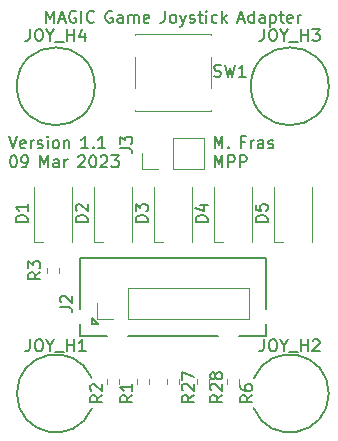
<source format=gbr>
%TF.GenerationSoftware,KiCad,Pcbnew,(7.0.0)*%
%TF.CreationDate,2023-03-09T19:39:30+01:00*%
%TF.ProjectId,JoystickAdapter,4a6f7973-7469-4636-9b41-646170746572,1.1*%
%TF.SameCoordinates,Original*%
%TF.FileFunction,Legend,Top*%
%TF.FilePolarity,Positive*%
%FSLAX46Y46*%
G04 Gerber Fmt 4.6, Leading zero omitted, Abs format (unit mm)*
G04 Created by KiCad (PCBNEW (7.0.0)) date 2023-03-09 19:39:30*
%MOMM*%
%LPD*%
G01*
G04 APERTURE LIST*
%ADD10C,0.150000*%
%ADD11C,0.120000*%
G04 APERTURE END LIST*
D10*
X124714000Y-109474000D02*
X124714000Y-108458000D01*
X109951344Y-112958816D02*
G75*
G03*
X109981999Y-115570000I-3016344J-1341184D01*
G01*
X113030000Y-109474000D02*
X120650000Y-109474000D01*
X110235000Y-88300000D02*
G75*
G03*
X110235000Y-88300000I-3300000J0D01*
G01*
X122428000Y-109474000D02*
X124714000Y-109474000D01*
X108966000Y-107188000D02*
X108966000Y-102870000D01*
X108966000Y-109474000D02*
X111252000Y-109474000D01*
X110490000Y-108458000D02*
X109982000Y-107950000D01*
X124714000Y-107188000D02*
X124714000Y-102870000D01*
X109982000Y-108458000D02*
X109982000Y-107950000D01*
X108966000Y-109474000D02*
X108966000Y-108458000D01*
X110490000Y-108458000D02*
X109982000Y-108458000D01*
X123680194Y-115526405D02*
G75*
G03*
X123698001Y-113030000I3064806J1226405D01*
G01*
X124714000Y-102870000D02*
X108966000Y-102870000D01*
X130045000Y-88300000D02*
G75*
G03*
X130045000Y-88300000I-3300000J0D01*
G01*
X102965238Y-92537380D02*
X103298571Y-93537380D01*
X103298571Y-93537380D02*
X103631904Y-92537380D01*
X104346190Y-93489761D02*
X104250952Y-93537380D01*
X104250952Y-93537380D02*
X104060476Y-93537380D01*
X104060476Y-93537380D02*
X103965238Y-93489761D01*
X103965238Y-93489761D02*
X103917619Y-93394523D01*
X103917619Y-93394523D02*
X103917619Y-93013571D01*
X103917619Y-93013571D02*
X103965238Y-92918333D01*
X103965238Y-92918333D02*
X104060476Y-92870714D01*
X104060476Y-92870714D02*
X104250952Y-92870714D01*
X104250952Y-92870714D02*
X104346190Y-92918333D01*
X104346190Y-92918333D02*
X104393809Y-93013571D01*
X104393809Y-93013571D02*
X104393809Y-93108809D01*
X104393809Y-93108809D02*
X103917619Y-93204047D01*
X104822381Y-93537380D02*
X104822381Y-92870714D01*
X104822381Y-93061190D02*
X104870000Y-92965952D01*
X104870000Y-92965952D02*
X104917619Y-92918333D01*
X104917619Y-92918333D02*
X105012857Y-92870714D01*
X105012857Y-92870714D02*
X105108095Y-92870714D01*
X105393810Y-93489761D02*
X105489048Y-93537380D01*
X105489048Y-93537380D02*
X105679524Y-93537380D01*
X105679524Y-93537380D02*
X105774762Y-93489761D01*
X105774762Y-93489761D02*
X105822381Y-93394523D01*
X105822381Y-93394523D02*
X105822381Y-93346904D01*
X105822381Y-93346904D02*
X105774762Y-93251666D01*
X105774762Y-93251666D02*
X105679524Y-93204047D01*
X105679524Y-93204047D02*
X105536667Y-93204047D01*
X105536667Y-93204047D02*
X105441429Y-93156428D01*
X105441429Y-93156428D02*
X105393810Y-93061190D01*
X105393810Y-93061190D02*
X105393810Y-93013571D01*
X105393810Y-93013571D02*
X105441429Y-92918333D01*
X105441429Y-92918333D02*
X105536667Y-92870714D01*
X105536667Y-92870714D02*
X105679524Y-92870714D01*
X105679524Y-92870714D02*
X105774762Y-92918333D01*
X106250953Y-93537380D02*
X106250953Y-92870714D01*
X106250953Y-92537380D02*
X106203334Y-92585000D01*
X106203334Y-92585000D02*
X106250953Y-92632619D01*
X106250953Y-92632619D02*
X106298572Y-92585000D01*
X106298572Y-92585000D02*
X106250953Y-92537380D01*
X106250953Y-92537380D02*
X106250953Y-92632619D01*
X106870000Y-93537380D02*
X106774762Y-93489761D01*
X106774762Y-93489761D02*
X106727143Y-93442142D01*
X106727143Y-93442142D02*
X106679524Y-93346904D01*
X106679524Y-93346904D02*
X106679524Y-93061190D01*
X106679524Y-93061190D02*
X106727143Y-92965952D01*
X106727143Y-92965952D02*
X106774762Y-92918333D01*
X106774762Y-92918333D02*
X106870000Y-92870714D01*
X106870000Y-92870714D02*
X107012857Y-92870714D01*
X107012857Y-92870714D02*
X107108095Y-92918333D01*
X107108095Y-92918333D02*
X107155714Y-92965952D01*
X107155714Y-92965952D02*
X107203333Y-93061190D01*
X107203333Y-93061190D02*
X107203333Y-93346904D01*
X107203333Y-93346904D02*
X107155714Y-93442142D01*
X107155714Y-93442142D02*
X107108095Y-93489761D01*
X107108095Y-93489761D02*
X107012857Y-93537380D01*
X107012857Y-93537380D02*
X106870000Y-93537380D01*
X107631905Y-92870714D02*
X107631905Y-93537380D01*
X107631905Y-92965952D02*
X107679524Y-92918333D01*
X107679524Y-92918333D02*
X107774762Y-92870714D01*
X107774762Y-92870714D02*
X107917619Y-92870714D01*
X107917619Y-92870714D02*
X108012857Y-92918333D01*
X108012857Y-92918333D02*
X108060476Y-93013571D01*
X108060476Y-93013571D02*
X108060476Y-93537380D01*
X109660476Y-93537380D02*
X109089048Y-93537380D01*
X109374762Y-93537380D02*
X109374762Y-92537380D01*
X109374762Y-92537380D02*
X109279524Y-92680238D01*
X109279524Y-92680238D02*
X109184286Y-92775476D01*
X109184286Y-92775476D02*
X109089048Y-92823095D01*
X110089048Y-93442142D02*
X110136667Y-93489761D01*
X110136667Y-93489761D02*
X110089048Y-93537380D01*
X110089048Y-93537380D02*
X110041429Y-93489761D01*
X110041429Y-93489761D02*
X110089048Y-93442142D01*
X110089048Y-93442142D02*
X110089048Y-93537380D01*
X111089047Y-93537380D02*
X110517619Y-93537380D01*
X110803333Y-93537380D02*
X110803333Y-92537380D01*
X110803333Y-92537380D02*
X110708095Y-92680238D01*
X110708095Y-92680238D02*
X110612857Y-92775476D01*
X110612857Y-92775476D02*
X110517619Y-92823095D01*
X103298571Y-94157380D02*
X103393809Y-94157380D01*
X103393809Y-94157380D02*
X103489047Y-94205000D01*
X103489047Y-94205000D02*
X103536666Y-94252619D01*
X103536666Y-94252619D02*
X103584285Y-94347857D01*
X103584285Y-94347857D02*
X103631904Y-94538333D01*
X103631904Y-94538333D02*
X103631904Y-94776428D01*
X103631904Y-94776428D02*
X103584285Y-94966904D01*
X103584285Y-94966904D02*
X103536666Y-95062142D01*
X103536666Y-95062142D02*
X103489047Y-95109761D01*
X103489047Y-95109761D02*
X103393809Y-95157380D01*
X103393809Y-95157380D02*
X103298571Y-95157380D01*
X103298571Y-95157380D02*
X103203333Y-95109761D01*
X103203333Y-95109761D02*
X103155714Y-95062142D01*
X103155714Y-95062142D02*
X103108095Y-94966904D01*
X103108095Y-94966904D02*
X103060476Y-94776428D01*
X103060476Y-94776428D02*
X103060476Y-94538333D01*
X103060476Y-94538333D02*
X103108095Y-94347857D01*
X103108095Y-94347857D02*
X103155714Y-94252619D01*
X103155714Y-94252619D02*
X103203333Y-94205000D01*
X103203333Y-94205000D02*
X103298571Y-94157380D01*
X104108095Y-95157380D02*
X104298571Y-95157380D01*
X104298571Y-95157380D02*
X104393809Y-95109761D01*
X104393809Y-95109761D02*
X104441428Y-95062142D01*
X104441428Y-95062142D02*
X104536666Y-94919285D01*
X104536666Y-94919285D02*
X104584285Y-94728809D01*
X104584285Y-94728809D02*
X104584285Y-94347857D01*
X104584285Y-94347857D02*
X104536666Y-94252619D01*
X104536666Y-94252619D02*
X104489047Y-94205000D01*
X104489047Y-94205000D02*
X104393809Y-94157380D01*
X104393809Y-94157380D02*
X104203333Y-94157380D01*
X104203333Y-94157380D02*
X104108095Y-94205000D01*
X104108095Y-94205000D02*
X104060476Y-94252619D01*
X104060476Y-94252619D02*
X104012857Y-94347857D01*
X104012857Y-94347857D02*
X104012857Y-94585952D01*
X104012857Y-94585952D02*
X104060476Y-94681190D01*
X104060476Y-94681190D02*
X104108095Y-94728809D01*
X104108095Y-94728809D02*
X104203333Y-94776428D01*
X104203333Y-94776428D02*
X104393809Y-94776428D01*
X104393809Y-94776428D02*
X104489047Y-94728809D01*
X104489047Y-94728809D02*
X104536666Y-94681190D01*
X104536666Y-94681190D02*
X104584285Y-94585952D01*
X105612857Y-95157380D02*
X105612857Y-94157380D01*
X105612857Y-94157380D02*
X105946190Y-94871666D01*
X105946190Y-94871666D02*
X106279523Y-94157380D01*
X106279523Y-94157380D02*
X106279523Y-95157380D01*
X107184285Y-95157380D02*
X107184285Y-94633571D01*
X107184285Y-94633571D02*
X107136666Y-94538333D01*
X107136666Y-94538333D02*
X107041428Y-94490714D01*
X107041428Y-94490714D02*
X106850952Y-94490714D01*
X106850952Y-94490714D02*
X106755714Y-94538333D01*
X107184285Y-95109761D02*
X107089047Y-95157380D01*
X107089047Y-95157380D02*
X106850952Y-95157380D01*
X106850952Y-95157380D02*
X106755714Y-95109761D01*
X106755714Y-95109761D02*
X106708095Y-95014523D01*
X106708095Y-95014523D02*
X106708095Y-94919285D01*
X106708095Y-94919285D02*
X106755714Y-94824047D01*
X106755714Y-94824047D02*
X106850952Y-94776428D01*
X106850952Y-94776428D02*
X107089047Y-94776428D01*
X107089047Y-94776428D02*
X107184285Y-94728809D01*
X107660476Y-95157380D02*
X107660476Y-94490714D01*
X107660476Y-94681190D02*
X107708095Y-94585952D01*
X107708095Y-94585952D02*
X107755714Y-94538333D01*
X107755714Y-94538333D02*
X107850952Y-94490714D01*
X107850952Y-94490714D02*
X107946190Y-94490714D01*
X108831905Y-94252619D02*
X108879524Y-94205000D01*
X108879524Y-94205000D02*
X108974762Y-94157380D01*
X108974762Y-94157380D02*
X109212857Y-94157380D01*
X109212857Y-94157380D02*
X109308095Y-94205000D01*
X109308095Y-94205000D02*
X109355714Y-94252619D01*
X109355714Y-94252619D02*
X109403333Y-94347857D01*
X109403333Y-94347857D02*
X109403333Y-94443095D01*
X109403333Y-94443095D02*
X109355714Y-94585952D01*
X109355714Y-94585952D02*
X108784286Y-95157380D01*
X108784286Y-95157380D02*
X109403333Y-95157380D01*
X110022381Y-94157380D02*
X110117619Y-94157380D01*
X110117619Y-94157380D02*
X110212857Y-94205000D01*
X110212857Y-94205000D02*
X110260476Y-94252619D01*
X110260476Y-94252619D02*
X110308095Y-94347857D01*
X110308095Y-94347857D02*
X110355714Y-94538333D01*
X110355714Y-94538333D02*
X110355714Y-94776428D01*
X110355714Y-94776428D02*
X110308095Y-94966904D01*
X110308095Y-94966904D02*
X110260476Y-95062142D01*
X110260476Y-95062142D02*
X110212857Y-95109761D01*
X110212857Y-95109761D02*
X110117619Y-95157380D01*
X110117619Y-95157380D02*
X110022381Y-95157380D01*
X110022381Y-95157380D02*
X109927143Y-95109761D01*
X109927143Y-95109761D02*
X109879524Y-95062142D01*
X109879524Y-95062142D02*
X109831905Y-94966904D01*
X109831905Y-94966904D02*
X109784286Y-94776428D01*
X109784286Y-94776428D02*
X109784286Y-94538333D01*
X109784286Y-94538333D02*
X109831905Y-94347857D01*
X109831905Y-94347857D02*
X109879524Y-94252619D01*
X109879524Y-94252619D02*
X109927143Y-94205000D01*
X109927143Y-94205000D02*
X110022381Y-94157380D01*
X110736667Y-94252619D02*
X110784286Y-94205000D01*
X110784286Y-94205000D02*
X110879524Y-94157380D01*
X110879524Y-94157380D02*
X111117619Y-94157380D01*
X111117619Y-94157380D02*
X111212857Y-94205000D01*
X111212857Y-94205000D02*
X111260476Y-94252619D01*
X111260476Y-94252619D02*
X111308095Y-94347857D01*
X111308095Y-94347857D02*
X111308095Y-94443095D01*
X111308095Y-94443095D02*
X111260476Y-94585952D01*
X111260476Y-94585952D02*
X110689048Y-95157380D01*
X110689048Y-95157380D02*
X111308095Y-95157380D01*
X111641429Y-94157380D02*
X112260476Y-94157380D01*
X112260476Y-94157380D02*
X111927143Y-94538333D01*
X111927143Y-94538333D02*
X112070000Y-94538333D01*
X112070000Y-94538333D02*
X112165238Y-94585952D01*
X112165238Y-94585952D02*
X112212857Y-94633571D01*
X112212857Y-94633571D02*
X112260476Y-94728809D01*
X112260476Y-94728809D02*
X112260476Y-94966904D01*
X112260476Y-94966904D02*
X112212857Y-95062142D01*
X112212857Y-95062142D02*
X112165238Y-95109761D01*
X112165238Y-95109761D02*
X112070000Y-95157380D01*
X112070000Y-95157380D02*
X111784286Y-95157380D01*
X111784286Y-95157380D02*
X111689048Y-95109761D01*
X111689048Y-95109761D02*
X111641429Y-95062142D01*
X106106666Y-82917380D02*
X106106666Y-81917380D01*
X106106666Y-81917380D02*
X106439999Y-82631666D01*
X106439999Y-82631666D02*
X106773332Y-81917380D01*
X106773332Y-81917380D02*
X106773332Y-82917380D01*
X107201904Y-82631666D02*
X107678094Y-82631666D01*
X107106666Y-82917380D02*
X107439999Y-81917380D01*
X107439999Y-81917380D02*
X107773332Y-82917380D01*
X108630475Y-81965000D02*
X108535237Y-81917380D01*
X108535237Y-81917380D02*
X108392380Y-81917380D01*
X108392380Y-81917380D02*
X108249523Y-81965000D01*
X108249523Y-81965000D02*
X108154285Y-82060238D01*
X108154285Y-82060238D02*
X108106666Y-82155476D01*
X108106666Y-82155476D02*
X108059047Y-82345952D01*
X108059047Y-82345952D02*
X108059047Y-82488809D01*
X108059047Y-82488809D02*
X108106666Y-82679285D01*
X108106666Y-82679285D02*
X108154285Y-82774523D01*
X108154285Y-82774523D02*
X108249523Y-82869761D01*
X108249523Y-82869761D02*
X108392380Y-82917380D01*
X108392380Y-82917380D02*
X108487618Y-82917380D01*
X108487618Y-82917380D02*
X108630475Y-82869761D01*
X108630475Y-82869761D02*
X108678094Y-82822142D01*
X108678094Y-82822142D02*
X108678094Y-82488809D01*
X108678094Y-82488809D02*
X108487618Y-82488809D01*
X109106666Y-82917380D02*
X109106666Y-81917380D01*
X110154284Y-82822142D02*
X110106665Y-82869761D01*
X110106665Y-82869761D02*
X109963808Y-82917380D01*
X109963808Y-82917380D02*
X109868570Y-82917380D01*
X109868570Y-82917380D02*
X109725713Y-82869761D01*
X109725713Y-82869761D02*
X109630475Y-82774523D01*
X109630475Y-82774523D02*
X109582856Y-82679285D01*
X109582856Y-82679285D02*
X109535237Y-82488809D01*
X109535237Y-82488809D02*
X109535237Y-82345952D01*
X109535237Y-82345952D02*
X109582856Y-82155476D01*
X109582856Y-82155476D02*
X109630475Y-82060238D01*
X109630475Y-82060238D02*
X109725713Y-81965000D01*
X109725713Y-81965000D02*
X109868570Y-81917380D01*
X109868570Y-81917380D02*
X109963808Y-81917380D01*
X109963808Y-81917380D02*
X110106665Y-81965000D01*
X110106665Y-81965000D02*
X110154284Y-82012619D01*
X111706665Y-81965000D02*
X111611427Y-81917380D01*
X111611427Y-81917380D02*
X111468570Y-81917380D01*
X111468570Y-81917380D02*
X111325713Y-81965000D01*
X111325713Y-81965000D02*
X111230475Y-82060238D01*
X111230475Y-82060238D02*
X111182856Y-82155476D01*
X111182856Y-82155476D02*
X111135237Y-82345952D01*
X111135237Y-82345952D02*
X111135237Y-82488809D01*
X111135237Y-82488809D02*
X111182856Y-82679285D01*
X111182856Y-82679285D02*
X111230475Y-82774523D01*
X111230475Y-82774523D02*
X111325713Y-82869761D01*
X111325713Y-82869761D02*
X111468570Y-82917380D01*
X111468570Y-82917380D02*
X111563808Y-82917380D01*
X111563808Y-82917380D02*
X111706665Y-82869761D01*
X111706665Y-82869761D02*
X111754284Y-82822142D01*
X111754284Y-82822142D02*
X111754284Y-82488809D01*
X111754284Y-82488809D02*
X111563808Y-82488809D01*
X112611427Y-82917380D02*
X112611427Y-82393571D01*
X112611427Y-82393571D02*
X112563808Y-82298333D01*
X112563808Y-82298333D02*
X112468570Y-82250714D01*
X112468570Y-82250714D02*
X112278094Y-82250714D01*
X112278094Y-82250714D02*
X112182856Y-82298333D01*
X112611427Y-82869761D02*
X112516189Y-82917380D01*
X112516189Y-82917380D02*
X112278094Y-82917380D01*
X112278094Y-82917380D02*
X112182856Y-82869761D01*
X112182856Y-82869761D02*
X112135237Y-82774523D01*
X112135237Y-82774523D02*
X112135237Y-82679285D01*
X112135237Y-82679285D02*
X112182856Y-82584047D01*
X112182856Y-82584047D02*
X112278094Y-82536428D01*
X112278094Y-82536428D02*
X112516189Y-82536428D01*
X112516189Y-82536428D02*
X112611427Y-82488809D01*
X113087618Y-82917380D02*
X113087618Y-82250714D01*
X113087618Y-82345952D02*
X113135237Y-82298333D01*
X113135237Y-82298333D02*
X113230475Y-82250714D01*
X113230475Y-82250714D02*
X113373332Y-82250714D01*
X113373332Y-82250714D02*
X113468570Y-82298333D01*
X113468570Y-82298333D02*
X113516189Y-82393571D01*
X113516189Y-82393571D02*
X113516189Y-82917380D01*
X113516189Y-82393571D02*
X113563808Y-82298333D01*
X113563808Y-82298333D02*
X113659046Y-82250714D01*
X113659046Y-82250714D02*
X113801903Y-82250714D01*
X113801903Y-82250714D02*
X113897142Y-82298333D01*
X113897142Y-82298333D02*
X113944761Y-82393571D01*
X113944761Y-82393571D02*
X113944761Y-82917380D01*
X114801903Y-82869761D02*
X114706665Y-82917380D01*
X114706665Y-82917380D02*
X114516189Y-82917380D01*
X114516189Y-82917380D02*
X114420951Y-82869761D01*
X114420951Y-82869761D02*
X114373332Y-82774523D01*
X114373332Y-82774523D02*
X114373332Y-82393571D01*
X114373332Y-82393571D02*
X114420951Y-82298333D01*
X114420951Y-82298333D02*
X114516189Y-82250714D01*
X114516189Y-82250714D02*
X114706665Y-82250714D01*
X114706665Y-82250714D02*
X114801903Y-82298333D01*
X114801903Y-82298333D02*
X114849522Y-82393571D01*
X114849522Y-82393571D02*
X114849522Y-82488809D01*
X114849522Y-82488809D02*
X114373332Y-82584047D01*
X116163808Y-81917380D02*
X116163808Y-82631666D01*
X116163808Y-82631666D02*
X116116189Y-82774523D01*
X116116189Y-82774523D02*
X116020951Y-82869761D01*
X116020951Y-82869761D02*
X115878094Y-82917380D01*
X115878094Y-82917380D02*
X115782856Y-82917380D01*
X116782856Y-82917380D02*
X116687618Y-82869761D01*
X116687618Y-82869761D02*
X116639999Y-82822142D01*
X116639999Y-82822142D02*
X116592380Y-82726904D01*
X116592380Y-82726904D02*
X116592380Y-82441190D01*
X116592380Y-82441190D02*
X116639999Y-82345952D01*
X116639999Y-82345952D02*
X116687618Y-82298333D01*
X116687618Y-82298333D02*
X116782856Y-82250714D01*
X116782856Y-82250714D02*
X116925713Y-82250714D01*
X116925713Y-82250714D02*
X117020951Y-82298333D01*
X117020951Y-82298333D02*
X117068570Y-82345952D01*
X117068570Y-82345952D02*
X117116189Y-82441190D01*
X117116189Y-82441190D02*
X117116189Y-82726904D01*
X117116189Y-82726904D02*
X117068570Y-82822142D01*
X117068570Y-82822142D02*
X117020951Y-82869761D01*
X117020951Y-82869761D02*
X116925713Y-82917380D01*
X116925713Y-82917380D02*
X116782856Y-82917380D01*
X117449523Y-82250714D02*
X117687618Y-82917380D01*
X117925713Y-82250714D02*
X117687618Y-82917380D01*
X117687618Y-82917380D02*
X117592380Y-83155476D01*
X117592380Y-83155476D02*
X117544761Y-83203095D01*
X117544761Y-83203095D02*
X117449523Y-83250714D01*
X118259047Y-82869761D02*
X118354285Y-82917380D01*
X118354285Y-82917380D02*
X118544761Y-82917380D01*
X118544761Y-82917380D02*
X118639999Y-82869761D01*
X118639999Y-82869761D02*
X118687618Y-82774523D01*
X118687618Y-82774523D02*
X118687618Y-82726904D01*
X118687618Y-82726904D02*
X118639999Y-82631666D01*
X118639999Y-82631666D02*
X118544761Y-82584047D01*
X118544761Y-82584047D02*
X118401904Y-82584047D01*
X118401904Y-82584047D02*
X118306666Y-82536428D01*
X118306666Y-82536428D02*
X118259047Y-82441190D01*
X118259047Y-82441190D02*
X118259047Y-82393571D01*
X118259047Y-82393571D02*
X118306666Y-82298333D01*
X118306666Y-82298333D02*
X118401904Y-82250714D01*
X118401904Y-82250714D02*
X118544761Y-82250714D01*
X118544761Y-82250714D02*
X118639999Y-82298333D01*
X118973333Y-82250714D02*
X119354285Y-82250714D01*
X119116190Y-81917380D02*
X119116190Y-82774523D01*
X119116190Y-82774523D02*
X119163809Y-82869761D01*
X119163809Y-82869761D02*
X119259047Y-82917380D01*
X119259047Y-82917380D02*
X119354285Y-82917380D01*
X119687619Y-82917380D02*
X119687619Y-82250714D01*
X119687619Y-81917380D02*
X119640000Y-81965000D01*
X119640000Y-81965000D02*
X119687619Y-82012619D01*
X119687619Y-82012619D02*
X119735238Y-81965000D01*
X119735238Y-81965000D02*
X119687619Y-81917380D01*
X119687619Y-81917380D02*
X119687619Y-82012619D01*
X120592380Y-82869761D02*
X120497142Y-82917380D01*
X120497142Y-82917380D02*
X120306666Y-82917380D01*
X120306666Y-82917380D02*
X120211428Y-82869761D01*
X120211428Y-82869761D02*
X120163809Y-82822142D01*
X120163809Y-82822142D02*
X120116190Y-82726904D01*
X120116190Y-82726904D02*
X120116190Y-82441190D01*
X120116190Y-82441190D02*
X120163809Y-82345952D01*
X120163809Y-82345952D02*
X120211428Y-82298333D01*
X120211428Y-82298333D02*
X120306666Y-82250714D01*
X120306666Y-82250714D02*
X120497142Y-82250714D01*
X120497142Y-82250714D02*
X120592380Y-82298333D01*
X121020952Y-82917380D02*
X121020952Y-81917380D01*
X121116190Y-82536428D02*
X121401904Y-82917380D01*
X121401904Y-82250714D02*
X121020952Y-82631666D01*
X122382857Y-82631666D02*
X122859047Y-82631666D01*
X122287619Y-82917380D02*
X122620952Y-81917380D01*
X122620952Y-81917380D02*
X122954285Y-82917380D01*
X123716190Y-82917380D02*
X123716190Y-81917380D01*
X123716190Y-82869761D02*
X123620952Y-82917380D01*
X123620952Y-82917380D02*
X123430476Y-82917380D01*
X123430476Y-82917380D02*
X123335238Y-82869761D01*
X123335238Y-82869761D02*
X123287619Y-82822142D01*
X123287619Y-82822142D02*
X123240000Y-82726904D01*
X123240000Y-82726904D02*
X123240000Y-82441190D01*
X123240000Y-82441190D02*
X123287619Y-82345952D01*
X123287619Y-82345952D02*
X123335238Y-82298333D01*
X123335238Y-82298333D02*
X123430476Y-82250714D01*
X123430476Y-82250714D02*
X123620952Y-82250714D01*
X123620952Y-82250714D02*
X123716190Y-82298333D01*
X124620952Y-82917380D02*
X124620952Y-82393571D01*
X124620952Y-82393571D02*
X124573333Y-82298333D01*
X124573333Y-82298333D02*
X124478095Y-82250714D01*
X124478095Y-82250714D02*
X124287619Y-82250714D01*
X124287619Y-82250714D02*
X124192381Y-82298333D01*
X124620952Y-82869761D02*
X124525714Y-82917380D01*
X124525714Y-82917380D02*
X124287619Y-82917380D01*
X124287619Y-82917380D02*
X124192381Y-82869761D01*
X124192381Y-82869761D02*
X124144762Y-82774523D01*
X124144762Y-82774523D02*
X124144762Y-82679285D01*
X124144762Y-82679285D02*
X124192381Y-82584047D01*
X124192381Y-82584047D02*
X124287619Y-82536428D01*
X124287619Y-82536428D02*
X124525714Y-82536428D01*
X124525714Y-82536428D02*
X124620952Y-82488809D01*
X125097143Y-82250714D02*
X125097143Y-83250714D01*
X125097143Y-82298333D02*
X125192381Y-82250714D01*
X125192381Y-82250714D02*
X125382857Y-82250714D01*
X125382857Y-82250714D02*
X125478095Y-82298333D01*
X125478095Y-82298333D02*
X125525714Y-82345952D01*
X125525714Y-82345952D02*
X125573333Y-82441190D01*
X125573333Y-82441190D02*
X125573333Y-82726904D01*
X125573333Y-82726904D02*
X125525714Y-82822142D01*
X125525714Y-82822142D02*
X125478095Y-82869761D01*
X125478095Y-82869761D02*
X125382857Y-82917380D01*
X125382857Y-82917380D02*
X125192381Y-82917380D01*
X125192381Y-82917380D02*
X125097143Y-82869761D01*
X125859048Y-82250714D02*
X126240000Y-82250714D01*
X126001905Y-81917380D02*
X126001905Y-82774523D01*
X126001905Y-82774523D02*
X126049524Y-82869761D01*
X126049524Y-82869761D02*
X126144762Y-82917380D01*
X126144762Y-82917380D02*
X126240000Y-82917380D01*
X126954286Y-82869761D02*
X126859048Y-82917380D01*
X126859048Y-82917380D02*
X126668572Y-82917380D01*
X126668572Y-82917380D02*
X126573334Y-82869761D01*
X126573334Y-82869761D02*
X126525715Y-82774523D01*
X126525715Y-82774523D02*
X126525715Y-82393571D01*
X126525715Y-82393571D02*
X126573334Y-82298333D01*
X126573334Y-82298333D02*
X126668572Y-82250714D01*
X126668572Y-82250714D02*
X126859048Y-82250714D01*
X126859048Y-82250714D02*
X126954286Y-82298333D01*
X126954286Y-82298333D02*
X127001905Y-82393571D01*
X127001905Y-82393571D02*
X127001905Y-82488809D01*
X127001905Y-82488809D02*
X126525715Y-82584047D01*
X127430477Y-82917380D02*
X127430477Y-82250714D01*
X127430477Y-82441190D02*
X127478096Y-82345952D01*
X127478096Y-82345952D02*
X127525715Y-82298333D01*
X127525715Y-82298333D02*
X127620953Y-82250714D01*
X127620953Y-82250714D02*
X127716191Y-82250714D01*
X120380095Y-93537380D02*
X120380095Y-92537380D01*
X120380095Y-92537380D02*
X120713428Y-93251666D01*
X120713428Y-93251666D02*
X121046761Y-92537380D01*
X121046761Y-92537380D02*
X121046761Y-93537380D01*
X121522952Y-93442142D02*
X121570571Y-93489761D01*
X121570571Y-93489761D02*
X121522952Y-93537380D01*
X121522952Y-93537380D02*
X121475333Y-93489761D01*
X121475333Y-93489761D02*
X121522952Y-93442142D01*
X121522952Y-93442142D02*
X121522952Y-93537380D01*
X122932475Y-93013571D02*
X122599142Y-93013571D01*
X122599142Y-93537380D02*
X122599142Y-92537380D01*
X122599142Y-92537380D02*
X123075332Y-92537380D01*
X123456285Y-93537380D02*
X123456285Y-92870714D01*
X123456285Y-93061190D02*
X123503904Y-92965952D01*
X123503904Y-92965952D02*
X123551523Y-92918333D01*
X123551523Y-92918333D02*
X123646761Y-92870714D01*
X123646761Y-92870714D02*
X123741999Y-92870714D01*
X124503904Y-93537380D02*
X124503904Y-93013571D01*
X124503904Y-93013571D02*
X124456285Y-92918333D01*
X124456285Y-92918333D02*
X124361047Y-92870714D01*
X124361047Y-92870714D02*
X124170571Y-92870714D01*
X124170571Y-92870714D02*
X124075333Y-92918333D01*
X124503904Y-93489761D02*
X124408666Y-93537380D01*
X124408666Y-93537380D02*
X124170571Y-93537380D01*
X124170571Y-93537380D02*
X124075333Y-93489761D01*
X124075333Y-93489761D02*
X124027714Y-93394523D01*
X124027714Y-93394523D02*
X124027714Y-93299285D01*
X124027714Y-93299285D02*
X124075333Y-93204047D01*
X124075333Y-93204047D02*
X124170571Y-93156428D01*
X124170571Y-93156428D02*
X124408666Y-93156428D01*
X124408666Y-93156428D02*
X124503904Y-93108809D01*
X124932476Y-93489761D02*
X125027714Y-93537380D01*
X125027714Y-93537380D02*
X125218190Y-93537380D01*
X125218190Y-93537380D02*
X125313428Y-93489761D01*
X125313428Y-93489761D02*
X125361047Y-93394523D01*
X125361047Y-93394523D02*
X125361047Y-93346904D01*
X125361047Y-93346904D02*
X125313428Y-93251666D01*
X125313428Y-93251666D02*
X125218190Y-93204047D01*
X125218190Y-93204047D02*
X125075333Y-93204047D01*
X125075333Y-93204047D02*
X124980095Y-93156428D01*
X124980095Y-93156428D02*
X124932476Y-93061190D01*
X124932476Y-93061190D02*
X124932476Y-93013571D01*
X124932476Y-93013571D02*
X124980095Y-92918333D01*
X124980095Y-92918333D02*
X125075333Y-92870714D01*
X125075333Y-92870714D02*
X125218190Y-92870714D01*
X125218190Y-92870714D02*
X125313428Y-92918333D01*
X120380095Y-95157380D02*
X120380095Y-94157380D01*
X120380095Y-94157380D02*
X120713428Y-94871666D01*
X120713428Y-94871666D02*
X121046761Y-94157380D01*
X121046761Y-94157380D02*
X121046761Y-95157380D01*
X121522952Y-95157380D02*
X121522952Y-94157380D01*
X121522952Y-94157380D02*
X121903904Y-94157380D01*
X121903904Y-94157380D02*
X121999142Y-94205000D01*
X121999142Y-94205000D02*
X122046761Y-94252619D01*
X122046761Y-94252619D02*
X122094380Y-94347857D01*
X122094380Y-94347857D02*
X122094380Y-94490714D01*
X122094380Y-94490714D02*
X122046761Y-94585952D01*
X122046761Y-94585952D02*
X121999142Y-94633571D01*
X121999142Y-94633571D02*
X121903904Y-94681190D01*
X121903904Y-94681190D02*
X121522952Y-94681190D01*
X122522952Y-95157380D02*
X122522952Y-94157380D01*
X122522952Y-94157380D02*
X122903904Y-94157380D01*
X122903904Y-94157380D02*
X122999142Y-94205000D01*
X122999142Y-94205000D02*
X123046761Y-94252619D01*
X123046761Y-94252619D02*
X123094380Y-94347857D01*
X123094380Y-94347857D02*
X123094380Y-94490714D01*
X123094380Y-94490714D02*
X123046761Y-94585952D01*
X123046761Y-94585952D02*
X122999142Y-94633571D01*
X122999142Y-94633571D02*
X122903904Y-94681190D01*
X122903904Y-94681190D02*
X122522952Y-94681190D01*
%TO.C,JOY_H3*%
X124554523Y-83467380D02*
X124554523Y-84181666D01*
X124554523Y-84181666D02*
X124506904Y-84324523D01*
X124506904Y-84324523D02*
X124411666Y-84419761D01*
X124411666Y-84419761D02*
X124268809Y-84467380D01*
X124268809Y-84467380D02*
X124173571Y-84467380D01*
X125221190Y-83467380D02*
X125411666Y-83467380D01*
X125411666Y-83467380D02*
X125506904Y-83515000D01*
X125506904Y-83515000D02*
X125602142Y-83610238D01*
X125602142Y-83610238D02*
X125649761Y-83800714D01*
X125649761Y-83800714D02*
X125649761Y-84134047D01*
X125649761Y-84134047D02*
X125602142Y-84324523D01*
X125602142Y-84324523D02*
X125506904Y-84419761D01*
X125506904Y-84419761D02*
X125411666Y-84467380D01*
X125411666Y-84467380D02*
X125221190Y-84467380D01*
X125221190Y-84467380D02*
X125125952Y-84419761D01*
X125125952Y-84419761D02*
X125030714Y-84324523D01*
X125030714Y-84324523D02*
X124983095Y-84134047D01*
X124983095Y-84134047D02*
X124983095Y-83800714D01*
X124983095Y-83800714D02*
X125030714Y-83610238D01*
X125030714Y-83610238D02*
X125125952Y-83515000D01*
X125125952Y-83515000D02*
X125221190Y-83467380D01*
X126268809Y-83991190D02*
X126268809Y-84467380D01*
X125935476Y-83467380D02*
X126268809Y-83991190D01*
X126268809Y-83991190D02*
X126602142Y-83467380D01*
X126697381Y-84562619D02*
X127459285Y-84562619D01*
X127697381Y-84467380D02*
X127697381Y-83467380D01*
X127697381Y-83943571D02*
X128268809Y-83943571D01*
X128268809Y-84467380D02*
X128268809Y-83467380D01*
X128649762Y-83467380D02*
X129268809Y-83467380D01*
X129268809Y-83467380D02*
X128935476Y-83848333D01*
X128935476Y-83848333D02*
X129078333Y-83848333D01*
X129078333Y-83848333D02*
X129173571Y-83895952D01*
X129173571Y-83895952D02*
X129221190Y-83943571D01*
X129221190Y-83943571D02*
X129268809Y-84038809D01*
X129268809Y-84038809D02*
X129268809Y-84276904D01*
X129268809Y-84276904D02*
X129221190Y-84372142D01*
X129221190Y-84372142D02*
X129173571Y-84419761D01*
X129173571Y-84419761D02*
X129078333Y-84467380D01*
X129078333Y-84467380D02*
X128792619Y-84467380D01*
X128792619Y-84467380D02*
X128697381Y-84419761D01*
X128697381Y-84419761D02*
X128649762Y-84372142D01*
%TO.C,R28*%
X121017380Y-114434857D02*
X120541190Y-114768190D01*
X121017380Y-115006285D02*
X120017380Y-115006285D01*
X120017380Y-115006285D02*
X120017380Y-114625333D01*
X120017380Y-114625333D02*
X120065000Y-114530095D01*
X120065000Y-114530095D02*
X120112619Y-114482476D01*
X120112619Y-114482476D02*
X120207857Y-114434857D01*
X120207857Y-114434857D02*
X120350714Y-114434857D01*
X120350714Y-114434857D02*
X120445952Y-114482476D01*
X120445952Y-114482476D02*
X120493571Y-114530095D01*
X120493571Y-114530095D02*
X120541190Y-114625333D01*
X120541190Y-114625333D02*
X120541190Y-115006285D01*
X120112619Y-114053904D02*
X120065000Y-114006285D01*
X120065000Y-114006285D02*
X120017380Y-113911047D01*
X120017380Y-113911047D02*
X120017380Y-113672952D01*
X120017380Y-113672952D02*
X120065000Y-113577714D01*
X120065000Y-113577714D02*
X120112619Y-113530095D01*
X120112619Y-113530095D02*
X120207857Y-113482476D01*
X120207857Y-113482476D02*
X120303095Y-113482476D01*
X120303095Y-113482476D02*
X120445952Y-113530095D01*
X120445952Y-113530095D02*
X121017380Y-114101523D01*
X121017380Y-114101523D02*
X121017380Y-113482476D01*
X120445952Y-112911047D02*
X120398333Y-113006285D01*
X120398333Y-113006285D02*
X120350714Y-113053904D01*
X120350714Y-113053904D02*
X120255476Y-113101523D01*
X120255476Y-113101523D02*
X120207857Y-113101523D01*
X120207857Y-113101523D02*
X120112619Y-113053904D01*
X120112619Y-113053904D02*
X120065000Y-113006285D01*
X120065000Y-113006285D02*
X120017380Y-112911047D01*
X120017380Y-112911047D02*
X120017380Y-112720571D01*
X120017380Y-112720571D02*
X120065000Y-112625333D01*
X120065000Y-112625333D02*
X120112619Y-112577714D01*
X120112619Y-112577714D02*
X120207857Y-112530095D01*
X120207857Y-112530095D02*
X120255476Y-112530095D01*
X120255476Y-112530095D02*
X120350714Y-112577714D01*
X120350714Y-112577714D02*
X120398333Y-112625333D01*
X120398333Y-112625333D02*
X120445952Y-112720571D01*
X120445952Y-112720571D02*
X120445952Y-112911047D01*
X120445952Y-112911047D02*
X120493571Y-113006285D01*
X120493571Y-113006285D02*
X120541190Y-113053904D01*
X120541190Y-113053904D02*
X120636428Y-113101523D01*
X120636428Y-113101523D02*
X120826904Y-113101523D01*
X120826904Y-113101523D02*
X120922142Y-113053904D01*
X120922142Y-113053904D02*
X120969761Y-113006285D01*
X120969761Y-113006285D02*
X121017380Y-112911047D01*
X121017380Y-112911047D02*
X121017380Y-112720571D01*
X121017380Y-112720571D02*
X120969761Y-112625333D01*
X120969761Y-112625333D02*
X120922142Y-112577714D01*
X120922142Y-112577714D02*
X120826904Y-112530095D01*
X120826904Y-112530095D02*
X120636428Y-112530095D01*
X120636428Y-112530095D02*
X120541190Y-112577714D01*
X120541190Y-112577714D02*
X120493571Y-112625333D01*
X120493571Y-112625333D02*
X120445952Y-112720571D01*
%TO.C,D3*%
X114707380Y-99798094D02*
X113707380Y-99798094D01*
X113707380Y-99798094D02*
X113707380Y-99559999D01*
X113707380Y-99559999D02*
X113755000Y-99417142D01*
X113755000Y-99417142D02*
X113850238Y-99321904D01*
X113850238Y-99321904D02*
X113945476Y-99274285D01*
X113945476Y-99274285D02*
X114135952Y-99226666D01*
X114135952Y-99226666D02*
X114278809Y-99226666D01*
X114278809Y-99226666D02*
X114469285Y-99274285D01*
X114469285Y-99274285D02*
X114564523Y-99321904D01*
X114564523Y-99321904D02*
X114659761Y-99417142D01*
X114659761Y-99417142D02*
X114707380Y-99559999D01*
X114707380Y-99559999D02*
X114707380Y-99798094D01*
X113707380Y-98893332D02*
X113707380Y-98274285D01*
X113707380Y-98274285D02*
X114088333Y-98607618D01*
X114088333Y-98607618D02*
X114088333Y-98464761D01*
X114088333Y-98464761D02*
X114135952Y-98369523D01*
X114135952Y-98369523D02*
X114183571Y-98321904D01*
X114183571Y-98321904D02*
X114278809Y-98274285D01*
X114278809Y-98274285D02*
X114516904Y-98274285D01*
X114516904Y-98274285D02*
X114612142Y-98321904D01*
X114612142Y-98321904D02*
X114659761Y-98369523D01*
X114659761Y-98369523D02*
X114707380Y-98464761D01*
X114707380Y-98464761D02*
X114707380Y-98750475D01*
X114707380Y-98750475D02*
X114659761Y-98845713D01*
X114659761Y-98845713D02*
X114612142Y-98893332D01*
%TO.C,JOY_H1*%
X104743523Y-109730380D02*
X104743523Y-110444666D01*
X104743523Y-110444666D02*
X104695904Y-110587523D01*
X104695904Y-110587523D02*
X104600666Y-110682761D01*
X104600666Y-110682761D02*
X104457809Y-110730380D01*
X104457809Y-110730380D02*
X104362571Y-110730380D01*
X105410190Y-109730380D02*
X105600666Y-109730380D01*
X105600666Y-109730380D02*
X105695904Y-109778000D01*
X105695904Y-109778000D02*
X105791142Y-109873238D01*
X105791142Y-109873238D02*
X105838761Y-110063714D01*
X105838761Y-110063714D02*
X105838761Y-110397047D01*
X105838761Y-110397047D02*
X105791142Y-110587523D01*
X105791142Y-110587523D02*
X105695904Y-110682761D01*
X105695904Y-110682761D02*
X105600666Y-110730380D01*
X105600666Y-110730380D02*
X105410190Y-110730380D01*
X105410190Y-110730380D02*
X105314952Y-110682761D01*
X105314952Y-110682761D02*
X105219714Y-110587523D01*
X105219714Y-110587523D02*
X105172095Y-110397047D01*
X105172095Y-110397047D02*
X105172095Y-110063714D01*
X105172095Y-110063714D02*
X105219714Y-109873238D01*
X105219714Y-109873238D02*
X105314952Y-109778000D01*
X105314952Y-109778000D02*
X105410190Y-109730380D01*
X106457809Y-110254190D02*
X106457809Y-110730380D01*
X106124476Y-109730380D02*
X106457809Y-110254190D01*
X106457809Y-110254190D02*
X106791142Y-109730380D01*
X106886381Y-110825619D02*
X107648285Y-110825619D01*
X107886381Y-110730380D02*
X107886381Y-109730380D01*
X107886381Y-110206571D02*
X108457809Y-110206571D01*
X108457809Y-110730380D02*
X108457809Y-109730380D01*
X109457809Y-110730380D02*
X108886381Y-110730380D01*
X109172095Y-110730380D02*
X109172095Y-109730380D01*
X109172095Y-109730380D02*
X109076857Y-109873238D01*
X109076857Y-109873238D02*
X108981619Y-109968476D01*
X108981619Y-109968476D02*
X108886381Y-110016095D01*
%TO.C,JOY_H4*%
X104744523Y-83467380D02*
X104744523Y-84181666D01*
X104744523Y-84181666D02*
X104696904Y-84324523D01*
X104696904Y-84324523D02*
X104601666Y-84419761D01*
X104601666Y-84419761D02*
X104458809Y-84467380D01*
X104458809Y-84467380D02*
X104363571Y-84467380D01*
X105411190Y-83467380D02*
X105601666Y-83467380D01*
X105601666Y-83467380D02*
X105696904Y-83515000D01*
X105696904Y-83515000D02*
X105792142Y-83610238D01*
X105792142Y-83610238D02*
X105839761Y-83800714D01*
X105839761Y-83800714D02*
X105839761Y-84134047D01*
X105839761Y-84134047D02*
X105792142Y-84324523D01*
X105792142Y-84324523D02*
X105696904Y-84419761D01*
X105696904Y-84419761D02*
X105601666Y-84467380D01*
X105601666Y-84467380D02*
X105411190Y-84467380D01*
X105411190Y-84467380D02*
X105315952Y-84419761D01*
X105315952Y-84419761D02*
X105220714Y-84324523D01*
X105220714Y-84324523D02*
X105173095Y-84134047D01*
X105173095Y-84134047D02*
X105173095Y-83800714D01*
X105173095Y-83800714D02*
X105220714Y-83610238D01*
X105220714Y-83610238D02*
X105315952Y-83515000D01*
X105315952Y-83515000D02*
X105411190Y-83467380D01*
X106458809Y-83991190D02*
X106458809Y-84467380D01*
X106125476Y-83467380D02*
X106458809Y-83991190D01*
X106458809Y-83991190D02*
X106792142Y-83467380D01*
X106887381Y-84562619D02*
X107649285Y-84562619D01*
X107887381Y-84467380D02*
X107887381Y-83467380D01*
X107887381Y-83943571D02*
X108458809Y-83943571D01*
X108458809Y-84467380D02*
X108458809Y-83467380D01*
X109363571Y-83800714D02*
X109363571Y-84467380D01*
X109125476Y-83419761D02*
X108887381Y-84134047D01*
X108887381Y-84134047D02*
X109506428Y-84134047D01*
%TO.C,J2*%
X107317380Y-107013333D02*
X108031666Y-107013333D01*
X108031666Y-107013333D02*
X108174523Y-107060952D01*
X108174523Y-107060952D02*
X108269761Y-107156190D01*
X108269761Y-107156190D02*
X108317380Y-107299047D01*
X108317380Y-107299047D02*
X108317380Y-107394285D01*
X107412619Y-106584761D02*
X107365000Y-106537142D01*
X107365000Y-106537142D02*
X107317380Y-106441904D01*
X107317380Y-106441904D02*
X107317380Y-106203809D01*
X107317380Y-106203809D02*
X107365000Y-106108571D01*
X107365000Y-106108571D02*
X107412619Y-106060952D01*
X107412619Y-106060952D02*
X107507857Y-106013333D01*
X107507857Y-106013333D02*
X107603095Y-106013333D01*
X107603095Y-106013333D02*
X107745952Y-106060952D01*
X107745952Y-106060952D02*
X108317380Y-106632380D01*
X108317380Y-106632380D02*
X108317380Y-106013333D01*
%TO.C,D2*%
X109627380Y-99798094D02*
X108627380Y-99798094D01*
X108627380Y-99798094D02*
X108627380Y-99559999D01*
X108627380Y-99559999D02*
X108675000Y-99417142D01*
X108675000Y-99417142D02*
X108770238Y-99321904D01*
X108770238Y-99321904D02*
X108865476Y-99274285D01*
X108865476Y-99274285D02*
X109055952Y-99226666D01*
X109055952Y-99226666D02*
X109198809Y-99226666D01*
X109198809Y-99226666D02*
X109389285Y-99274285D01*
X109389285Y-99274285D02*
X109484523Y-99321904D01*
X109484523Y-99321904D02*
X109579761Y-99417142D01*
X109579761Y-99417142D02*
X109627380Y-99559999D01*
X109627380Y-99559999D02*
X109627380Y-99798094D01*
X108722619Y-98845713D02*
X108675000Y-98798094D01*
X108675000Y-98798094D02*
X108627380Y-98702856D01*
X108627380Y-98702856D02*
X108627380Y-98464761D01*
X108627380Y-98464761D02*
X108675000Y-98369523D01*
X108675000Y-98369523D02*
X108722619Y-98321904D01*
X108722619Y-98321904D02*
X108817857Y-98274285D01*
X108817857Y-98274285D02*
X108913095Y-98274285D01*
X108913095Y-98274285D02*
X109055952Y-98321904D01*
X109055952Y-98321904D02*
X109627380Y-98893332D01*
X109627380Y-98893332D02*
X109627380Y-98274285D01*
%TO.C,D5*%
X124867380Y-99798094D02*
X123867380Y-99798094D01*
X123867380Y-99798094D02*
X123867380Y-99559999D01*
X123867380Y-99559999D02*
X123915000Y-99417142D01*
X123915000Y-99417142D02*
X124010238Y-99321904D01*
X124010238Y-99321904D02*
X124105476Y-99274285D01*
X124105476Y-99274285D02*
X124295952Y-99226666D01*
X124295952Y-99226666D02*
X124438809Y-99226666D01*
X124438809Y-99226666D02*
X124629285Y-99274285D01*
X124629285Y-99274285D02*
X124724523Y-99321904D01*
X124724523Y-99321904D02*
X124819761Y-99417142D01*
X124819761Y-99417142D02*
X124867380Y-99559999D01*
X124867380Y-99559999D02*
X124867380Y-99798094D01*
X123867380Y-98321904D02*
X123867380Y-98798094D01*
X123867380Y-98798094D02*
X124343571Y-98845713D01*
X124343571Y-98845713D02*
X124295952Y-98798094D01*
X124295952Y-98798094D02*
X124248333Y-98702856D01*
X124248333Y-98702856D02*
X124248333Y-98464761D01*
X124248333Y-98464761D02*
X124295952Y-98369523D01*
X124295952Y-98369523D02*
X124343571Y-98321904D01*
X124343571Y-98321904D02*
X124438809Y-98274285D01*
X124438809Y-98274285D02*
X124676904Y-98274285D01*
X124676904Y-98274285D02*
X124772142Y-98321904D01*
X124772142Y-98321904D02*
X124819761Y-98369523D01*
X124819761Y-98369523D02*
X124867380Y-98464761D01*
X124867380Y-98464761D02*
X124867380Y-98702856D01*
X124867380Y-98702856D02*
X124819761Y-98798094D01*
X124819761Y-98798094D02*
X124772142Y-98845713D01*
%TO.C,R1*%
X113397380Y-114466666D02*
X112921190Y-114799999D01*
X113397380Y-115038094D02*
X112397380Y-115038094D01*
X112397380Y-115038094D02*
X112397380Y-114657142D01*
X112397380Y-114657142D02*
X112445000Y-114561904D01*
X112445000Y-114561904D02*
X112492619Y-114514285D01*
X112492619Y-114514285D02*
X112587857Y-114466666D01*
X112587857Y-114466666D02*
X112730714Y-114466666D01*
X112730714Y-114466666D02*
X112825952Y-114514285D01*
X112825952Y-114514285D02*
X112873571Y-114561904D01*
X112873571Y-114561904D02*
X112921190Y-114657142D01*
X112921190Y-114657142D02*
X112921190Y-115038094D01*
X113397380Y-113514285D02*
X113397380Y-114085713D01*
X113397380Y-113799999D02*
X112397380Y-113799999D01*
X112397380Y-113799999D02*
X112540238Y-113895237D01*
X112540238Y-113895237D02*
X112635476Y-113990475D01*
X112635476Y-113990475D02*
X112683095Y-114085713D01*
%TO.C,SW1*%
X120332476Y-87441761D02*
X120475333Y-87489380D01*
X120475333Y-87489380D02*
X120713428Y-87489380D01*
X120713428Y-87489380D02*
X120808666Y-87441761D01*
X120808666Y-87441761D02*
X120856285Y-87394142D01*
X120856285Y-87394142D02*
X120903904Y-87298904D01*
X120903904Y-87298904D02*
X120903904Y-87203666D01*
X120903904Y-87203666D02*
X120856285Y-87108428D01*
X120856285Y-87108428D02*
X120808666Y-87060809D01*
X120808666Y-87060809D02*
X120713428Y-87013190D01*
X120713428Y-87013190D02*
X120522952Y-86965571D01*
X120522952Y-86965571D02*
X120427714Y-86917952D01*
X120427714Y-86917952D02*
X120380095Y-86870333D01*
X120380095Y-86870333D02*
X120332476Y-86775095D01*
X120332476Y-86775095D02*
X120332476Y-86679857D01*
X120332476Y-86679857D02*
X120380095Y-86584619D01*
X120380095Y-86584619D02*
X120427714Y-86537000D01*
X120427714Y-86537000D02*
X120522952Y-86489380D01*
X120522952Y-86489380D02*
X120761047Y-86489380D01*
X120761047Y-86489380D02*
X120903904Y-86537000D01*
X121237238Y-86489380D02*
X121475333Y-87489380D01*
X121475333Y-87489380D02*
X121665809Y-86775095D01*
X121665809Y-86775095D02*
X121856285Y-87489380D01*
X121856285Y-87489380D02*
X122094381Y-86489380D01*
X122999142Y-87489380D02*
X122427714Y-87489380D01*
X122713428Y-87489380D02*
X122713428Y-86489380D01*
X122713428Y-86489380D02*
X122618190Y-86632238D01*
X122618190Y-86632238D02*
X122522952Y-86727476D01*
X122522952Y-86727476D02*
X122427714Y-86775095D01*
%TO.C,D1*%
X104547380Y-99798094D02*
X103547380Y-99798094D01*
X103547380Y-99798094D02*
X103547380Y-99559999D01*
X103547380Y-99559999D02*
X103595000Y-99417142D01*
X103595000Y-99417142D02*
X103690238Y-99321904D01*
X103690238Y-99321904D02*
X103785476Y-99274285D01*
X103785476Y-99274285D02*
X103975952Y-99226666D01*
X103975952Y-99226666D02*
X104118809Y-99226666D01*
X104118809Y-99226666D02*
X104309285Y-99274285D01*
X104309285Y-99274285D02*
X104404523Y-99321904D01*
X104404523Y-99321904D02*
X104499761Y-99417142D01*
X104499761Y-99417142D02*
X104547380Y-99559999D01*
X104547380Y-99559999D02*
X104547380Y-99798094D01*
X104547380Y-98274285D02*
X104547380Y-98845713D01*
X104547380Y-98559999D02*
X103547380Y-98559999D01*
X103547380Y-98559999D02*
X103690238Y-98655237D01*
X103690238Y-98655237D02*
X103785476Y-98750475D01*
X103785476Y-98750475D02*
X103833095Y-98845713D01*
%TO.C,R2*%
X110857380Y-114466666D02*
X110381190Y-114799999D01*
X110857380Y-115038094D02*
X109857380Y-115038094D01*
X109857380Y-115038094D02*
X109857380Y-114657142D01*
X109857380Y-114657142D02*
X109905000Y-114561904D01*
X109905000Y-114561904D02*
X109952619Y-114514285D01*
X109952619Y-114514285D02*
X110047857Y-114466666D01*
X110047857Y-114466666D02*
X110190714Y-114466666D01*
X110190714Y-114466666D02*
X110285952Y-114514285D01*
X110285952Y-114514285D02*
X110333571Y-114561904D01*
X110333571Y-114561904D02*
X110381190Y-114657142D01*
X110381190Y-114657142D02*
X110381190Y-115038094D01*
X109952619Y-114085713D02*
X109905000Y-114038094D01*
X109905000Y-114038094D02*
X109857380Y-113942856D01*
X109857380Y-113942856D02*
X109857380Y-113704761D01*
X109857380Y-113704761D02*
X109905000Y-113609523D01*
X109905000Y-113609523D02*
X109952619Y-113561904D01*
X109952619Y-113561904D02*
X110047857Y-113514285D01*
X110047857Y-113514285D02*
X110143095Y-113514285D01*
X110143095Y-113514285D02*
X110285952Y-113561904D01*
X110285952Y-113561904D02*
X110857380Y-114133332D01*
X110857380Y-114133332D02*
X110857380Y-113514285D01*
%TO.C,D4*%
X119787380Y-99798094D02*
X118787380Y-99798094D01*
X118787380Y-99798094D02*
X118787380Y-99559999D01*
X118787380Y-99559999D02*
X118835000Y-99417142D01*
X118835000Y-99417142D02*
X118930238Y-99321904D01*
X118930238Y-99321904D02*
X119025476Y-99274285D01*
X119025476Y-99274285D02*
X119215952Y-99226666D01*
X119215952Y-99226666D02*
X119358809Y-99226666D01*
X119358809Y-99226666D02*
X119549285Y-99274285D01*
X119549285Y-99274285D02*
X119644523Y-99321904D01*
X119644523Y-99321904D02*
X119739761Y-99417142D01*
X119739761Y-99417142D02*
X119787380Y-99559999D01*
X119787380Y-99559999D02*
X119787380Y-99798094D01*
X119120714Y-98369523D02*
X119787380Y-98369523D01*
X118739761Y-98607618D02*
X119454047Y-98845713D01*
X119454047Y-98845713D02*
X119454047Y-98226666D01*
%TO.C,R6*%
X123557380Y-114466666D02*
X123081190Y-114799999D01*
X123557380Y-115038094D02*
X122557380Y-115038094D01*
X122557380Y-115038094D02*
X122557380Y-114657142D01*
X122557380Y-114657142D02*
X122605000Y-114561904D01*
X122605000Y-114561904D02*
X122652619Y-114514285D01*
X122652619Y-114514285D02*
X122747857Y-114466666D01*
X122747857Y-114466666D02*
X122890714Y-114466666D01*
X122890714Y-114466666D02*
X122985952Y-114514285D01*
X122985952Y-114514285D02*
X123033571Y-114561904D01*
X123033571Y-114561904D02*
X123081190Y-114657142D01*
X123081190Y-114657142D02*
X123081190Y-115038094D01*
X122557380Y-113609523D02*
X122557380Y-113799999D01*
X122557380Y-113799999D02*
X122605000Y-113895237D01*
X122605000Y-113895237D02*
X122652619Y-113942856D01*
X122652619Y-113942856D02*
X122795476Y-114038094D01*
X122795476Y-114038094D02*
X122985952Y-114085713D01*
X122985952Y-114085713D02*
X123366904Y-114085713D01*
X123366904Y-114085713D02*
X123462142Y-114038094D01*
X123462142Y-114038094D02*
X123509761Y-113990475D01*
X123509761Y-113990475D02*
X123557380Y-113895237D01*
X123557380Y-113895237D02*
X123557380Y-113704761D01*
X123557380Y-113704761D02*
X123509761Y-113609523D01*
X123509761Y-113609523D02*
X123462142Y-113561904D01*
X123462142Y-113561904D02*
X123366904Y-113514285D01*
X123366904Y-113514285D02*
X123128809Y-113514285D01*
X123128809Y-113514285D02*
X123033571Y-113561904D01*
X123033571Y-113561904D02*
X122985952Y-113609523D01*
X122985952Y-113609523D02*
X122938333Y-113704761D01*
X122938333Y-113704761D02*
X122938333Y-113895237D01*
X122938333Y-113895237D02*
X122985952Y-113990475D01*
X122985952Y-113990475D02*
X123033571Y-114038094D01*
X123033571Y-114038094D02*
X123128809Y-114085713D01*
%TO.C,J3*%
X112397380Y-93551333D02*
X113111666Y-93551333D01*
X113111666Y-93551333D02*
X113254523Y-93598952D01*
X113254523Y-93598952D02*
X113349761Y-93694190D01*
X113349761Y-93694190D02*
X113397380Y-93837047D01*
X113397380Y-93837047D02*
X113397380Y-93932285D01*
X112397380Y-93170380D02*
X112397380Y-92551333D01*
X112397380Y-92551333D02*
X112778333Y-92884666D01*
X112778333Y-92884666D02*
X112778333Y-92741809D01*
X112778333Y-92741809D02*
X112825952Y-92646571D01*
X112825952Y-92646571D02*
X112873571Y-92598952D01*
X112873571Y-92598952D02*
X112968809Y-92551333D01*
X112968809Y-92551333D02*
X113206904Y-92551333D01*
X113206904Y-92551333D02*
X113302142Y-92598952D01*
X113302142Y-92598952D02*
X113349761Y-92646571D01*
X113349761Y-92646571D02*
X113397380Y-92741809D01*
X113397380Y-92741809D02*
X113397380Y-93027523D01*
X113397380Y-93027523D02*
X113349761Y-93122761D01*
X113349761Y-93122761D02*
X113302142Y-93170380D01*
%TO.C,JOY_H2*%
X124554523Y-109730380D02*
X124554523Y-110444666D01*
X124554523Y-110444666D02*
X124506904Y-110587523D01*
X124506904Y-110587523D02*
X124411666Y-110682761D01*
X124411666Y-110682761D02*
X124268809Y-110730380D01*
X124268809Y-110730380D02*
X124173571Y-110730380D01*
X125221190Y-109730380D02*
X125411666Y-109730380D01*
X125411666Y-109730380D02*
X125506904Y-109778000D01*
X125506904Y-109778000D02*
X125602142Y-109873238D01*
X125602142Y-109873238D02*
X125649761Y-110063714D01*
X125649761Y-110063714D02*
X125649761Y-110397047D01*
X125649761Y-110397047D02*
X125602142Y-110587523D01*
X125602142Y-110587523D02*
X125506904Y-110682761D01*
X125506904Y-110682761D02*
X125411666Y-110730380D01*
X125411666Y-110730380D02*
X125221190Y-110730380D01*
X125221190Y-110730380D02*
X125125952Y-110682761D01*
X125125952Y-110682761D02*
X125030714Y-110587523D01*
X125030714Y-110587523D02*
X124983095Y-110397047D01*
X124983095Y-110397047D02*
X124983095Y-110063714D01*
X124983095Y-110063714D02*
X125030714Y-109873238D01*
X125030714Y-109873238D02*
X125125952Y-109778000D01*
X125125952Y-109778000D02*
X125221190Y-109730380D01*
X126268809Y-110254190D02*
X126268809Y-110730380D01*
X125935476Y-109730380D02*
X126268809Y-110254190D01*
X126268809Y-110254190D02*
X126602142Y-109730380D01*
X126697381Y-110825619D02*
X127459285Y-110825619D01*
X127697381Y-110730380D02*
X127697381Y-109730380D01*
X127697381Y-110206571D02*
X128268809Y-110206571D01*
X128268809Y-110730380D02*
X128268809Y-109730380D01*
X128697381Y-109825619D02*
X128745000Y-109778000D01*
X128745000Y-109778000D02*
X128840238Y-109730380D01*
X128840238Y-109730380D02*
X129078333Y-109730380D01*
X129078333Y-109730380D02*
X129173571Y-109778000D01*
X129173571Y-109778000D02*
X129221190Y-109825619D01*
X129221190Y-109825619D02*
X129268809Y-109920857D01*
X129268809Y-109920857D02*
X129268809Y-110016095D01*
X129268809Y-110016095D02*
X129221190Y-110158952D01*
X129221190Y-110158952D02*
X128649762Y-110730380D01*
X128649762Y-110730380D02*
X129268809Y-110730380D01*
%TO.C,R3*%
X105617380Y-104052666D02*
X105141190Y-104385999D01*
X105617380Y-104624094D02*
X104617380Y-104624094D01*
X104617380Y-104624094D02*
X104617380Y-104243142D01*
X104617380Y-104243142D02*
X104665000Y-104147904D01*
X104665000Y-104147904D02*
X104712619Y-104100285D01*
X104712619Y-104100285D02*
X104807857Y-104052666D01*
X104807857Y-104052666D02*
X104950714Y-104052666D01*
X104950714Y-104052666D02*
X105045952Y-104100285D01*
X105045952Y-104100285D02*
X105093571Y-104147904D01*
X105093571Y-104147904D02*
X105141190Y-104243142D01*
X105141190Y-104243142D02*
X105141190Y-104624094D01*
X104617380Y-103719332D02*
X104617380Y-103100285D01*
X104617380Y-103100285D02*
X104998333Y-103433618D01*
X104998333Y-103433618D02*
X104998333Y-103290761D01*
X104998333Y-103290761D02*
X105045952Y-103195523D01*
X105045952Y-103195523D02*
X105093571Y-103147904D01*
X105093571Y-103147904D02*
X105188809Y-103100285D01*
X105188809Y-103100285D02*
X105426904Y-103100285D01*
X105426904Y-103100285D02*
X105522142Y-103147904D01*
X105522142Y-103147904D02*
X105569761Y-103195523D01*
X105569761Y-103195523D02*
X105617380Y-103290761D01*
X105617380Y-103290761D02*
X105617380Y-103576475D01*
X105617380Y-103576475D02*
X105569761Y-103671713D01*
X105569761Y-103671713D02*
X105522142Y-103719332D01*
%TO.C,R27*%
X118604380Y-114434857D02*
X118128190Y-114768190D01*
X118604380Y-115006285D02*
X117604380Y-115006285D01*
X117604380Y-115006285D02*
X117604380Y-114625333D01*
X117604380Y-114625333D02*
X117652000Y-114530095D01*
X117652000Y-114530095D02*
X117699619Y-114482476D01*
X117699619Y-114482476D02*
X117794857Y-114434857D01*
X117794857Y-114434857D02*
X117937714Y-114434857D01*
X117937714Y-114434857D02*
X118032952Y-114482476D01*
X118032952Y-114482476D02*
X118080571Y-114530095D01*
X118080571Y-114530095D02*
X118128190Y-114625333D01*
X118128190Y-114625333D02*
X118128190Y-115006285D01*
X117699619Y-114053904D02*
X117652000Y-114006285D01*
X117652000Y-114006285D02*
X117604380Y-113911047D01*
X117604380Y-113911047D02*
X117604380Y-113672952D01*
X117604380Y-113672952D02*
X117652000Y-113577714D01*
X117652000Y-113577714D02*
X117699619Y-113530095D01*
X117699619Y-113530095D02*
X117794857Y-113482476D01*
X117794857Y-113482476D02*
X117890095Y-113482476D01*
X117890095Y-113482476D02*
X118032952Y-113530095D01*
X118032952Y-113530095D02*
X118604380Y-114101523D01*
X118604380Y-114101523D02*
X118604380Y-113482476D01*
X117604380Y-113149142D02*
X117604380Y-112482476D01*
X117604380Y-112482476D02*
X118604380Y-112911047D01*
D11*
%TO.C,R28*%
X119902500Y-113046742D02*
X119902500Y-113521258D01*
X118857500Y-113046742D02*
X118857500Y-113521258D01*
%TO.C,D3*%
X115240000Y-101460000D02*
X116040000Y-101460000D01*
X115240000Y-96810000D02*
X115240000Y-101460000D01*
X118440000Y-96810000D02*
X118440000Y-101460000D01*
%TO.C,J2*%
X110430000Y-108010000D02*
X110430000Y-106680000D01*
X111760000Y-108010000D02*
X110430000Y-108010000D01*
X113030000Y-108010000D02*
X123250000Y-108010000D01*
X113030000Y-108010000D02*
X113030000Y-105350000D01*
X123250000Y-108010000D02*
X123250000Y-105350000D01*
X113030000Y-105350000D02*
X123250000Y-105350000D01*
%TO.C,D2*%
X110160000Y-101460000D02*
X110960000Y-101460000D01*
X110160000Y-96810000D02*
X110160000Y-101460000D01*
X113360000Y-96810000D02*
X113360000Y-101460000D01*
%TO.C,D5*%
X125400000Y-101460000D02*
X126200000Y-101460000D01*
X125400000Y-96810000D02*
X125400000Y-101460000D01*
X128600000Y-96810000D02*
X128600000Y-101460000D01*
%TO.C,R1*%
X113777500Y-113521258D02*
X113777500Y-113046742D01*
X114822500Y-113521258D02*
X114822500Y-113046742D01*
%TO.C,SW1*%
X113610000Y-83892000D02*
X120070000Y-83892000D01*
X113610000Y-83922000D02*
X113610000Y-83892000D01*
X113610000Y-85822000D02*
X113610000Y-88422000D01*
X113610000Y-90352000D02*
X113610000Y-90322000D01*
X113610000Y-90352000D02*
X120070000Y-90352000D01*
X120070000Y-83892000D02*
X120070000Y-83922000D01*
X120070000Y-85822000D02*
X120070000Y-88422000D01*
X120070000Y-90352000D02*
X120070000Y-90322000D01*
%TO.C,D1*%
X105080000Y-101460000D02*
X105880000Y-101460000D01*
X105080000Y-96810000D02*
X105080000Y-101460000D01*
X108280000Y-96810000D02*
X108280000Y-101460000D01*
%TO.C,R2*%
X111237500Y-113521258D02*
X111237500Y-113046742D01*
X112282500Y-113521258D02*
X112282500Y-113046742D01*
%TO.C,D4*%
X120320000Y-101460000D02*
X121120000Y-101460000D01*
X120320000Y-96810000D02*
X120320000Y-101460000D01*
X123520000Y-96810000D02*
X123520000Y-101460000D01*
%TO.C,R6*%
X122442500Y-113046742D02*
X122442500Y-113521258D01*
X121397500Y-113046742D02*
X121397500Y-113521258D01*
%TO.C,J3*%
X114240000Y-95310000D02*
X114240000Y-93980000D01*
X115570000Y-95310000D02*
X114240000Y-95310000D01*
X116840000Y-95310000D02*
X119440000Y-95310000D01*
X116840000Y-95310000D02*
X116840000Y-92650000D01*
X119440000Y-95310000D02*
X119440000Y-92650000D01*
X116840000Y-92650000D02*
X119440000Y-92650000D01*
%TO.C,R3*%
X106157500Y-104123258D02*
X106157500Y-103648742D01*
X107202500Y-104123258D02*
X107202500Y-103648742D01*
%TO.C,R27*%
X117362500Y-113046742D02*
X117362500Y-113521258D01*
X116317500Y-113046742D02*
X116317500Y-113521258D01*
%TD*%
M02*

</source>
